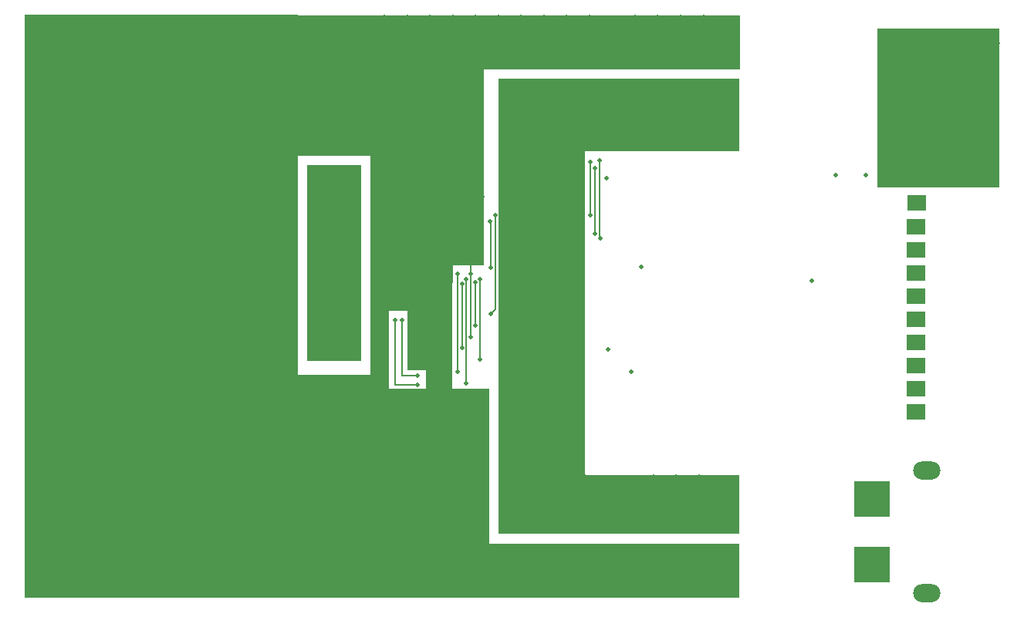
<source format=gbl>
G04*
G04 #@! TF.GenerationSoftware,Altium Limited,Altium Designer,18.1.7 (191)*
G04*
G04 Layer_Physical_Order=2*
G04 Layer_Color=16711680*
%FSLAX44Y44*%
%MOMM*%
G71*
G01*
G75*
%ADD12C,0.2000*%
%ADD104R,4.0000X4.0000*%
%ADD105O,3.0000X2.0000*%
%ADD106R,2.0000X1.8000*%
%ADD107C,0.4800*%
%ADD108C,1.0000*%
%ADD109R,4.5000X22.5000*%
%ADD110R,11.5000X19.5000*%
%ADD111R,3.0000X8.0000*%
%ADD112R,7.5000X27.5000*%
%ADD113R,2.0000X15.5000*%
%ADD114R,26.5000X8.0000*%
%ADD115R,26.5000X6.5000*%
%ADD116R,9.5000X29.0000*%
%ADD117R,9.5000X20.0000*%
%ADD118R,2.0000X34.0000*%
%ADD119R,5.0000X10.0000*%
%ADD120R,16.0000X20.5000*%
%ADD121R,30.0000X61.0000*%
%ADD122R,14.0000X20.0000*%
%ADD123R,13.5000X17.5000*%
%ADD124R,78.5000X6.0000*%
%ADD125R,16.0000X15.5000*%
%ADD126R,6.0000X21.5000*%
%ADD127R,40.5000X6.0000*%
D12*
X1286000Y641000D02*
X1287000Y640000D01*
X1281000Y660000D02*
Y718000D01*
X1291000Y636000D02*
Y720000D01*
Y636000D02*
X1292000Y635000D01*
X1286000Y641000D02*
Y712000D01*
X1171000Y653000D02*
X1172000Y652000D01*
Y602000D02*
Y652000D01*
X1292000Y635000D02*
X1293000D01*
X1074000Y484000D02*
X1091000D01*
X1074000Y484000D02*
X1074000Y484000D01*
X1074000Y484000D02*
Y545000D01*
X1087000Y474000D02*
X1089000D01*
X1067000D02*
X1087000D01*
X1067000D02*
Y545000D01*
X1150000Y667000D02*
X1150000Y667000D01*
X1150000Y596000D02*
Y667000D01*
X1177000Y557000D02*
Y660000D01*
X1172000Y552000D02*
X1177000Y557000D01*
X1160000Y502000D02*
Y590000D01*
X1155000Y539000D02*
Y586000D01*
X1154000D02*
X1155000D01*
X1150000Y526000D02*
Y596000D01*
X1086000Y484000D02*
X1091000D01*
X1638000Y470000D02*
Y471000D01*
X1726000Y849000D02*
X1728000D01*
X1717000Y840000D02*
X1726000Y849000D01*
X1686000Y858000D02*
X1701000D01*
X1717000Y842000D01*
X1524000Y588000D02*
Y588000D01*
X1145000Y476000D02*
Y590000D01*
Y475000D02*
Y476000D01*
X1135000Y488000D02*
Y596000D01*
X1140000Y514000D02*
Y585000D01*
D104*
X1590000Y276500D02*
D03*
Y348500D02*
D03*
D105*
X1650000Y245000D02*
D03*
Y380000D02*
D03*
D106*
X1638800Y673800D02*
D03*
X1638400Y444500D02*
D03*
Y495300D02*
D03*
Y546100D02*
D03*
Y520700D02*
D03*
Y647700D02*
D03*
Y622300D02*
D03*
Y571500D02*
D03*
Y596900D02*
D03*
Y469900D02*
D03*
D107*
X1281000Y660000D02*
D03*
Y718000D02*
D03*
X1299000Y701000D02*
D03*
X1291000Y720000D02*
D03*
X1286000Y712000D02*
D03*
X1171000Y653000D02*
D03*
X1286000Y640000D02*
D03*
X1292000Y635000D02*
D03*
X1091000Y484000D02*
D03*
Y474000D02*
D03*
X1150000Y667000D02*
D03*
X1177000Y660000D02*
D03*
X1172000Y552000D02*
D03*
Y602000D02*
D03*
X1160000Y502000D02*
D03*
X1155000Y539000D02*
D03*
X1160000Y590000D02*
D03*
X1155000Y586000D02*
D03*
X1150000Y596000D02*
D03*
X1150000Y526000D02*
D03*
X1300000Y513000D02*
D03*
X1326000Y488000D02*
D03*
X1337000Y603000D02*
D03*
X1724000Y773000D02*
D03*
X1718000Y745000D02*
D03*
X1728000Y849000D02*
D03*
X1686000Y858000D02*
D03*
X1712000Y745000D02*
D03*
X1724000D02*
D03*
X1714000Y773000D02*
D03*
X1671000Y704000D02*
D03*
X1660000D02*
D03*
X1649000D02*
D03*
X1638000D02*
D03*
X1627000D02*
D03*
X1616000D02*
D03*
X1605000D02*
D03*
X1583000D02*
D03*
X1550000D02*
D03*
X1524000Y588000D02*
D03*
X1145000Y475000D02*
D03*
X1135000Y488000D02*
D03*
Y596000D02*
D03*
X1145000Y590000D02*
D03*
X1140000Y585000D02*
D03*
Y514000D02*
D03*
X1091000Y493000D02*
D03*
Y465000D02*
D03*
X1074000Y545000D02*
D03*
X1067000D02*
D03*
D108*
X1130000Y425000D02*
D03*
X1155000D02*
D03*
X1185000Y680000D02*
D03*
X1160000D02*
D03*
X1055000Y425000D02*
D03*
X1080000D02*
D03*
X1105000D02*
D03*
X1060000Y680000D02*
D03*
X1085000D02*
D03*
X1110000D02*
D03*
X1135000D02*
D03*
X1285000Y805000D02*
D03*
X1260000D02*
D03*
X1235000D02*
D03*
X1210000D02*
D03*
X1360000D02*
D03*
X1385000D02*
D03*
X1410000D02*
D03*
X1345000Y795000D02*
D03*
X1295000D02*
D03*
X1270000D02*
D03*
X1245000D02*
D03*
X1220000D02*
D03*
X1370000D02*
D03*
X1395000D02*
D03*
X1420000D02*
D03*
X1285000Y785000D02*
D03*
X1260000D02*
D03*
X1235000D02*
D03*
X1210000D02*
D03*
X1360000D02*
D03*
X1385000D02*
D03*
X1410000D02*
D03*
X1345000Y775000D02*
D03*
X1295000D02*
D03*
X1270000D02*
D03*
X1245000D02*
D03*
X1220000D02*
D03*
X1370000D02*
D03*
X1395000D02*
D03*
X1420000D02*
D03*
X1285000Y765000D02*
D03*
X1260000D02*
D03*
X1235000D02*
D03*
X1210000D02*
D03*
X1360000D02*
D03*
X1385000D02*
D03*
X1410000D02*
D03*
X1345000Y755000D02*
D03*
X1295000D02*
D03*
X1270000D02*
D03*
X1245000D02*
D03*
X1220000D02*
D03*
X1370000D02*
D03*
X1395000D02*
D03*
X1420000D02*
D03*
X1415000Y835000D02*
D03*
X1265000D02*
D03*
X1290000D02*
D03*
X1340000D02*
D03*
X1365000D02*
D03*
X1390000D02*
D03*
X1405000Y845000D02*
D03*
X1255000D02*
D03*
X1280000D02*
D03*
X1330000D02*
D03*
X1355000D02*
D03*
X1380000D02*
D03*
X1415000Y860000D02*
D03*
X1265000D02*
D03*
X1290000D02*
D03*
X1340000D02*
D03*
X1365000D02*
D03*
X1390000D02*
D03*
X1415000Y250000D02*
D03*
X1265000D02*
D03*
X1290000D02*
D03*
X1340000D02*
D03*
X1365000D02*
D03*
X1390000D02*
D03*
X1405000Y260000D02*
D03*
X1255000D02*
D03*
X1280000D02*
D03*
X1330000D02*
D03*
X1355000D02*
D03*
X1380000D02*
D03*
X1415000Y270000D02*
D03*
X1265000D02*
D03*
X1290000D02*
D03*
X1340000D02*
D03*
X1365000D02*
D03*
X1390000D02*
D03*
X1405000Y280000D02*
D03*
X1255000D02*
D03*
X1280000D02*
D03*
X1330000D02*
D03*
X1355000D02*
D03*
X1380000D02*
D03*
X1410000Y320000D02*
D03*
X1385000D02*
D03*
X1360000D02*
D03*
X1210000D02*
D03*
X1235000D02*
D03*
X1260000D02*
D03*
X1285000D02*
D03*
X1335000D02*
D03*
X1400000Y330000D02*
D03*
X1375000D02*
D03*
X1350000D02*
D03*
X1200000D02*
D03*
X1225000D02*
D03*
X1250000D02*
D03*
X1275000D02*
D03*
X1410000Y340000D02*
D03*
X1385000D02*
D03*
X1360000D02*
D03*
X1210000D02*
D03*
X1235000D02*
D03*
X1260000D02*
D03*
X1285000D02*
D03*
X1335000D02*
D03*
X1400000Y350000D02*
D03*
X1375000D02*
D03*
X1350000D02*
D03*
X1200000D02*
D03*
X1225000D02*
D03*
X1250000D02*
D03*
X1275000D02*
D03*
X1410000Y360000D02*
D03*
X1385000D02*
D03*
X1360000D02*
D03*
X1210000D02*
D03*
X1235000D02*
D03*
X1260000D02*
D03*
X1285000D02*
D03*
X1335000D02*
D03*
X1400000Y370000D02*
D03*
X1375000D02*
D03*
X1350000D02*
D03*
X1200000D02*
D03*
X1225000D02*
D03*
X1250000D02*
D03*
X1275000D02*
D03*
X1055000Y245000D02*
D03*
X1080000D02*
D03*
X1230000D02*
D03*
X1205000D02*
D03*
X1180000D02*
D03*
X1155000D02*
D03*
X1130000D02*
D03*
X1105000D02*
D03*
X1405000Y875000D02*
D03*
X1380000D02*
D03*
X1355000D02*
D03*
X1330000D02*
D03*
X1280000D02*
D03*
X1255000D02*
D03*
X1230000D02*
D03*
X1205000D02*
D03*
X1055000D02*
D03*
X1080000D02*
D03*
X1105000D02*
D03*
X1130000D02*
D03*
X1155000D02*
D03*
X1180000D02*
D03*
X990000Y555000D02*
D03*
X980000Y550000D02*
D03*
X1000000D02*
D03*
X1020000D02*
D03*
X1010000Y555000D02*
D03*
X990000Y540000D02*
D03*
X980000Y535000D02*
D03*
X1000000D02*
D03*
X1020000D02*
D03*
X1010000Y540000D02*
D03*
X990000Y525000D02*
D03*
X980000Y520000D02*
D03*
X1000000D02*
D03*
X1020000D02*
D03*
X1010000Y525000D02*
D03*
X990000Y510000D02*
D03*
X980000Y505000D02*
D03*
X1000000D02*
D03*
X1020000D02*
D03*
X1010000Y510000D02*
D03*
X990000Y705000D02*
D03*
X980000Y700000D02*
D03*
X1000000D02*
D03*
X1020000D02*
D03*
X1010000Y705000D02*
D03*
Y690000D02*
D03*
X990000D02*
D03*
Y675000D02*
D03*
X980000Y670000D02*
D03*
X1000000D02*
D03*
X1020000D02*
D03*
X1010000Y675000D02*
D03*
X1124000Y569000D02*
D03*
Y557000D02*
D03*
Y545000D02*
D03*
Y533000D02*
D03*
Y521000D02*
D03*
X1088000D02*
D03*
X1100000D02*
D03*
X1112000D02*
D03*
Y533000D02*
D03*
Y545000D02*
D03*
Y557000D02*
D03*
Y569000D02*
D03*
X1100000D02*
D03*
X1088000Y569000D02*
D03*
X750000Y745000D02*
D03*
Y760000D02*
D03*
Y370000D02*
D03*
Y385000D02*
D03*
Y555000D02*
D03*
Y575000D02*
D03*
X980000Y685000D02*
D03*
X1000000D02*
D03*
X1020000D02*
D03*
D109*
X1142500Y717500D02*
D03*
D110*
X1112500Y372500D02*
D03*
D111*
X1115000Y460000D02*
D03*
D112*
X1092500Y692500D02*
D03*
D113*
X1120000Y662500D02*
D03*
D114*
X1312500Y770000D02*
D03*
D115*
Y342500D02*
D03*
D116*
X1227500Y465000D02*
D03*
D117*
Y700000D02*
D03*
D118*
X1050000Y580000D02*
D03*
D119*
X1105000Y540000D02*
D03*
D120*
X980000Y382500D02*
D03*
D121*
X810000Y575000D02*
D03*
D122*
X960000Y370000D02*
D03*
D123*
X1662500Y777500D02*
D03*
D124*
X1052500Y270000D02*
D03*
D125*
X980000Y802500D02*
D03*
D126*
X1000000Y607500D02*
D03*
D127*
X1242500Y850000D02*
D03*
M02*

</source>
